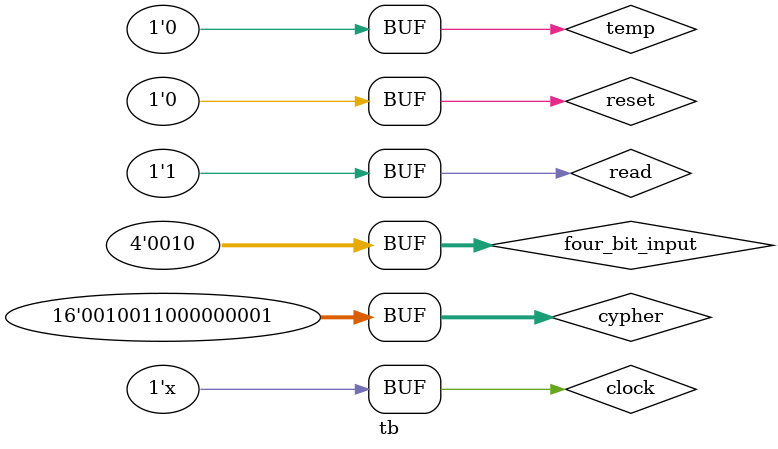
<source format=v>
module tb();

reg [15:0] cypher;
reg [3:0] four_bit_input;

reg reset = 1'b0;
reg read;
wire find;
wire [63:0] additionresult;

wire temp;
assign temp = 1'b0;
reg clock = 1'b0;


main m0(
	cypher, 
	 four_bit_input,
	read,
	clock, 
	reset,
	find,
	additionresult);
	
always begin
	#1
	clock = ~clock;
end

initial begin
	#60
	read = 1'b0;
	reset = 1'b1;
	
	#60
	reset = 1'b0;
	
	#60
	read = 1'b1;
	reset = 1'b1;
	cypher = 16'b0010011000000001;
	four_bit_input = 4'b0000;
	
	
	#60
	read = 1'b0;
	
	#60
	reset = 1'b0;
	read = 1'b1;
	four_bit_input = 4'b0001;
	
	#60
	read = 1'b0;
	
	#60
	read = 1'b1;
	four_bit_input = 4'b0011;
	
	
	#60
	read = 1'b0;
	
	#60
	read = 1'b1;
	four_bit_input = 4'b0000;
	
	#60
	read = 1'b0;
	
	#60
	read = 1'b1;
	four_bit_input = 4'b0011;
	
	
	
	
	#60
	read = 1'b0;
	
	#60
	read = 1'b1;
	four_bit_input = 4'b0100;
	
	
	#60
	read = 1'b0;
	
	#60
	read = 1'b1;
	four_bit_input = 4'b0001;
	
	#60
	read = 1'b0;
	
	#60
	read = 1'b1;
	four_bit_input = 4'b0000;
	
	#60
	read = 1'b0;
	
	#60
	read = 1'b1;
	four_bit_input = 4'b0010;
	
	#60
	read = 1'b0;
	
	#60
	read = 1'b1;
	four_bit_input = 4'b0001;
	
	#60
	read = 1'b0;
	
	#60
	read = 1'b1;
	four_bit_input = 4'b0001;
	
	#60
	read = 1'b0;
	
	#60
	read = 1'b1;
	four_bit_input = 4'b0000;
	
	#60
	read = 1'b0;
	
	#60
	read = 1'b1;
	four_bit_input = 4'b0110;
	
	#60
	read = 1'b0;
	
	#60
	read = 1'b1;
	four_bit_input = 4'b0010;
	
	
		
	
	/*
	#60
	read = 1'b0;
	reset = 1'b1;
	
	#60
	reset = 1'b0;
	

	#60
	read = 1'b1;
	reset = 1'b1;
	cypher = 16'b0100001100100001;
	four_bit_input = 4'b0000;
	
	
	#60
	read = 1'b0;
	
	#60
	reset = 1'b0;
	read = 1'b1;
	four_bit_input = 4'b0010;
	
	#60
	read = 1'b0;
	
	#60
	read = 1'b1;
	four_bit_input = 4'b1111;
	
	
	#60
	read = 1'b0;
	
	#60
	read = 1'b1;
	four_bit_input = 4'b0010;
	
	#60
	read = 1'b0;
	
	#60
	read = 1'b1;
	four_bit_input = 4'b0011;
	
	
	
	
	#60
	read = 1'b0;
	
	#60
	read = 1'b1;
	four_bit_input = 4'b0101;
	
	
	#60
	read = 1'b0;
	
	#60
	read = 1'b1;
	four_bit_input = 4'b1001;
	
	#60
	read = 1'b0;
	
	#60
	read = 1'b1;
	four_bit_input = 4'b0000;
	
	#60
	read = 1'b0;
	
	#60
	read = 1'b1;
	four_bit_input = 4'b0010;
	
	#60
	read = 1'b0;
	
	#60
	read = 1'b1;
	four_bit_input = 4'b0001;
	
	#60
	read = 1'b0;
	
	#60
	read = 1'b1;
	four_bit_input = 4'b0001;
	
	#60
	read = 1'b0;
	
	#60
	read = 1'b1;
	four_bit_input = 4'b0010;
	
	#60
	read = 1'b0;
	
	#60
	read = 1'b1;
	four_bit_input = 4'b0011;
	
	#60
	read = 1'b0;
	
	#60
	read = 1'b1;
	four_bit_input = 4'b0100;*/


	
end 

endmodule
</source>
